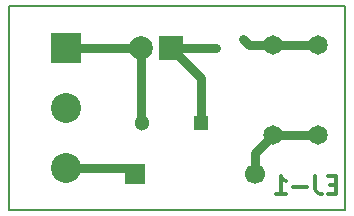
<source format=gbr>
G04 #@! TF.FileFunction,Copper,L2,Bot,Signal*
%FSLAX46Y46*%
G04 Gerber Fmt 4.6, Leading zero omitted, Abs format (unit mm)*
G04 Created by KiCad (PCBNEW 4.0.2-stable) date 07/05/2016 12:43:24*
%MOMM*%
G01*
G04 APERTURE LIST*
%ADD10C,0.100000*%
%ADD11C,0.300000*%
%ADD12C,0.150000*%
%ADD13R,1.300000X1.300000*%
%ADD14C,1.300000*%
%ADD15R,2.000000X2.000000*%
%ADD16C,2.000000*%
%ADD17C,1.699260*%
%ADD18R,1.699260X1.699260*%
%ADD19R,2.540000X2.540000*%
%ADD20C,2.540000*%
%ADD21C,1.651000*%
%ADD22C,0.600000*%
%ADD23C,0.800000*%
%ADD24C,0.250000*%
G04 APERTURE END LIST*
D10*
D11*
X160015714Y-107588857D02*
X159515714Y-107588857D01*
X159301428Y-108374571D02*
X160015714Y-108374571D01*
X160015714Y-106874571D01*
X159301428Y-106874571D01*
X158230000Y-106874571D02*
X158230000Y-107946000D01*
X158301428Y-108160286D01*
X158444285Y-108303143D01*
X158658571Y-108374571D01*
X158801428Y-108374571D01*
X157515714Y-107803143D02*
X156372857Y-107803143D01*
X154872857Y-108374571D02*
X155730000Y-108374571D01*
X155301428Y-108374571D02*
X155301428Y-106874571D01*
X155444285Y-107088857D01*
X155587143Y-107231714D01*
X155730000Y-107303143D01*
D12*
X160782000Y-92456000D02*
X155194000Y-92456000D01*
X160782000Y-109728000D02*
X160782000Y-92456000D01*
X155194000Y-109728000D02*
X160782000Y-109728000D01*
X132334000Y-92456000D02*
X133350000Y-92456000D01*
X132334000Y-109728000D02*
X132334000Y-92456000D01*
X155194000Y-109728000D02*
X132334000Y-109728000D01*
X133350000Y-92456000D02*
X155194000Y-92456000D01*
D13*
X148590000Y-102362000D03*
D14*
X143590000Y-102362000D03*
D15*
X146050000Y-96012000D03*
D16*
X143510000Y-96012000D03*
D17*
X153162520Y-106677460D03*
D18*
X143002520Y-106677460D03*
D19*
X137160000Y-96012000D03*
D20*
X137160000Y-101092000D03*
X137160000Y-106172000D03*
D21*
X158496000Y-95758000D03*
X158496000Y-103378000D03*
X154686000Y-95758000D03*
X154686000Y-103378000D03*
D22*
X152146000Y-95250000D03*
X149860000Y-96012000D03*
D23*
X146050000Y-96012000D02*
X149860000Y-96012000D01*
X152654000Y-95758000D02*
X158496000Y-95758000D01*
X152146000Y-95250000D02*
X152654000Y-95758000D01*
D24*
X154432000Y-96012000D02*
X154686000Y-95758000D01*
D23*
X148590000Y-102362000D02*
X148590000Y-98552000D01*
X148590000Y-98552000D02*
X146050000Y-96012000D01*
X143510000Y-96012000D02*
X143510000Y-102282000D01*
X143510000Y-102282000D02*
X143590000Y-102362000D01*
X137160000Y-96012000D02*
X143510000Y-96012000D01*
X143510000Y-96012000D02*
X143590000Y-96092000D01*
X143590000Y-102362000D02*
X143510000Y-102282000D01*
X158496000Y-103378000D02*
X154686000Y-103378000D01*
X154686000Y-103378000D02*
X153162520Y-104901480D01*
X153162520Y-104901480D02*
X153162520Y-106677460D01*
X153162000Y-106676940D02*
X153162520Y-106677460D01*
X137160000Y-106172000D02*
X142497060Y-106172000D01*
X142497060Y-106172000D02*
X143002520Y-106677460D01*
M02*

</source>
